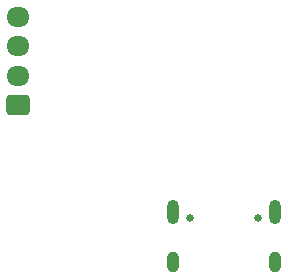
<source format=gbr>
%TF.GenerationSoftware,KiCad,Pcbnew,7.0.6*%
%TF.CreationDate,2025-03-25T12:17:55+01:00*%
%TF.ProjectId,Stepper ESP,53746570-7065-4722-9045-53502e6b6963,rev?*%
%TF.SameCoordinates,Original*%
%TF.FileFunction,Soldermask,Bot*%
%TF.FilePolarity,Negative*%
%FSLAX46Y46*%
G04 Gerber Fmt 4.6, Leading zero omitted, Abs format (unit mm)*
G04 Created by KiCad (PCBNEW 7.0.6) date 2025-03-25 12:17:55*
%MOMM*%
%LPD*%
G01*
G04 APERTURE LIST*
G04 Aperture macros list*
%AMRoundRect*
0 Rectangle with rounded corners*
0 $1 Rounding radius*
0 $2 $3 $4 $5 $6 $7 $8 $9 X,Y pos of 4 corners*
0 Add a 4 corners polygon primitive as box body*
4,1,4,$2,$3,$4,$5,$6,$7,$8,$9,$2,$3,0*
0 Add four circle primitives for the rounded corners*
1,1,$1+$1,$2,$3*
1,1,$1+$1,$4,$5*
1,1,$1+$1,$6,$7*
1,1,$1+$1,$8,$9*
0 Add four rect primitives between the rounded corners*
20,1,$1+$1,$2,$3,$4,$5,0*
20,1,$1+$1,$4,$5,$6,$7,0*
20,1,$1+$1,$6,$7,$8,$9,0*
20,1,$1+$1,$8,$9,$2,$3,0*%
G04 Aperture macros list end*
%ADD10C,0.650000*%
%ADD11O,1.000000X1.800000*%
%ADD12O,1.000000X2.100000*%
%ADD13RoundRect,0.250000X0.725000X-0.600000X0.725000X0.600000X-0.725000X0.600000X-0.725000X-0.600000X0*%
%ADD14O,1.950000X1.700000*%
G04 APERTURE END LIST*
D10*
%TO.C,J1*%
X107540000Y-75570000D03*
X113320000Y-75570000D03*
D11*
X106110000Y-79250000D03*
D12*
X106110000Y-75050000D03*
X114750000Y-75050000D03*
D11*
X114750000Y-79250000D03*
%TD*%
D13*
%TO.C,J4*%
X93000000Y-66000000D03*
D14*
X93000000Y-63500000D03*
X93000000Y-61000000D03*
X93000000Y-58500000D03*
%TD*%
M02*

</source>
